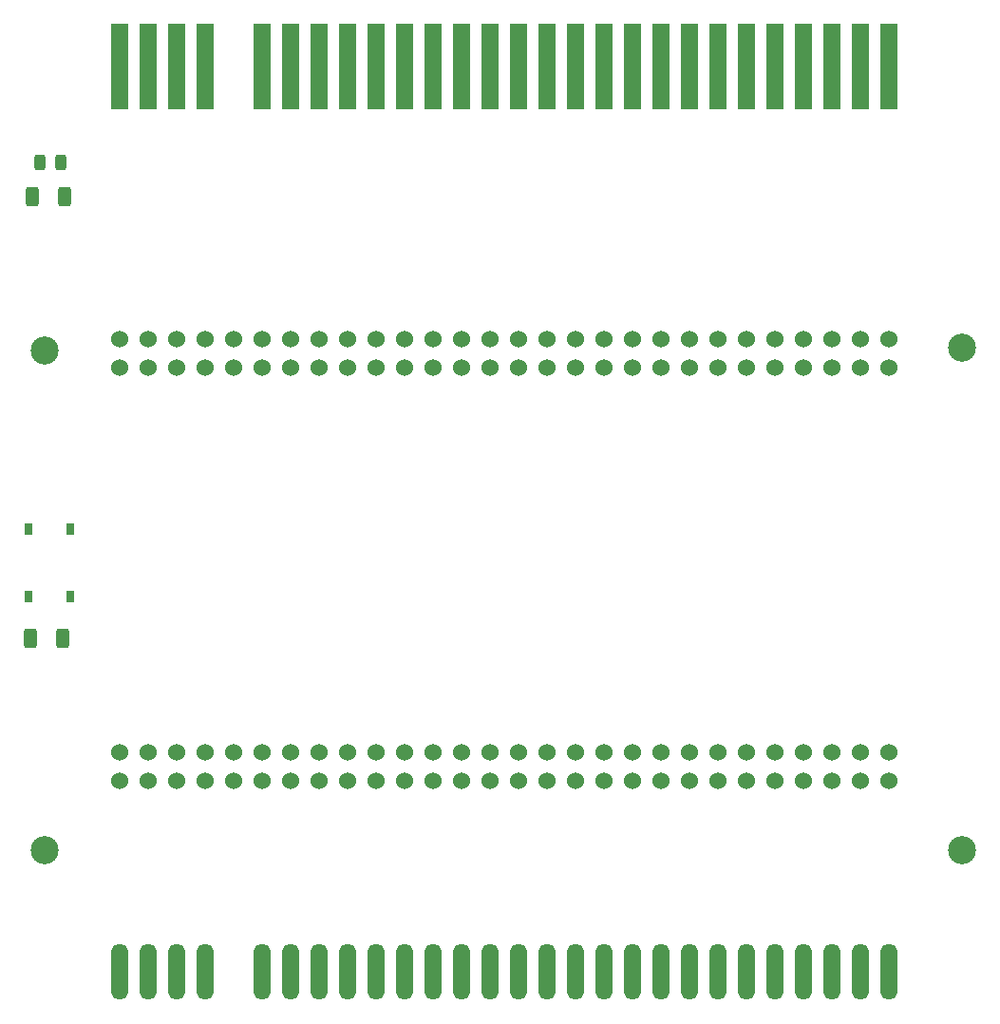
<source format=gbr>
%TF.GenerationSoftware,KiCad,Pcbnew,8.0.0*%
%TF.CreationDate,2024-03-05T08:56:25+01:00*%
%TF.ProjectId,ZX Spectrum_ BUS Expander,5a582053-7065-4637-9472-756d2c204255,rev?*%
%TF.SameCoordinates,Original*%
%TF.FileFunction,Soldermask,Top*%
%TF.FilePolarity,Negative*%
%FSLAX46Y46*%
G04 Gerber Fmt 4.6, Leading zero omitted, Abs format (unit mm)*
G04 Created by KiCad (PCBNEW 8.0.0) date 2024-03-05 08:56:25*
%MOMM*%
%LPD*%
G01*
G04 APERTURE LIST*
G04 Aperture macros list*
%AMRoundRect*
0 Rectangle with rounded corners*
0 $1 Rounding radius*
0 $2 $3 $4 $5 $6 $7 $8 $9 X,Y pos of 4 corners*
0 Add a 4 corners polygon primitive as box body*
4,1,4,$2,$3,$4,$5,$6,$7,$8,$9,$2,$3,0*
0 Add four circle primitives for the rounded corners*
1,1,$1+$1,$2,$3*
1,1,$1+$1,$4,$5*
1,1,$1+$1,$6,$7*
1,1,$1+$1,$8,$9*
0 Add four rect primitives between the rounded corners*
20,1,$1+$1,$2,$3,$4,$5,0*
20,1,$1+$1,$4,$5,$6,$7,0*
20,1,$1+$1,$6,$7,$8,$9,0*
20,1,$1+$1,$8,$9,$2,$3,0*%
G04 Aperture macros list end*
%ADD10C,1.524000*%
%ADD11R,0.700000X1.000000*%
%ADD12C,2.500000*%
%ADD13RoundRect,0.250000X-0.312500X-0.625000X0.312500X-0.625000X0.312500X0.625000X-0.312500X0.625000X0*%
%ADD14RoundRect,0.762000X0.000000X-1.738000X0.000000X-1.738000X0.000000X1.738000X0.000000X1.738000X0*%
%ADD15R,1.524000X7.620000*%
%ADD16RoundRect,0.243750X-0.243750X-0.456250X0.243750X-0.456250X0.243750X0.456250X-0.243750X0.456250X0*%
G04 APERTURE END LIST*
D10*
%TO.C,J1*%
X115646200Y-80010000D03*
X115646200Y-82550000D03*
X105486200Y-82550000D03*
X108026200Y-82550000D03*
X110566200Y-82550000D03*
X113106200Y-82550000D03*
X118186200Y-82550000D03*
X120726200Y-82550000D03*
X123266200Y-82550000D03*
X125806200Y-82550000D03*
X128346200Y-82550000D03*
X130886200Y-82550000D03*
X133426200Y-82550000D03*
X135966200Y-82550000D03*
X138506200Y-82550000D03*
X141046200Y-82550000D03*
X143586200Y-82550000D03*
X146126200Y-82550000D03*
X148666200Y-82550000D03*
X151206200Y-82550000D03*
X153746200Y-82550000D03*
X156286200Y-82550000D03*
X158826200Y-82550000D03*
X161366200Y-82550000D03*
X163906200Y-82550000D03*
X166446200Y-82550000D03*
X168986200Y-82550000D03*
X171526200Y-82550000D03*
X174066200Y-82550000D03*
X105486200Y-80010000D03*
X108026200Y-80010000D03*
X110566200Y-80010000D03*
X113106200Y-80010000D03*
X118186200Y-80010000D03*
X120726200Y-80010000D03*
X123266200Y-80010000D03*
X125806200Y-80010000D03*
X128346200Y-80010000D03*
X130886200Y-80010000D03*
X133426200Y-80010000D03*
X135966200Y-80010000D03*
X138506200Y-80010000D03*
X141046200Y-80010000D03*
X143586200Y-80010000D03*
X146126200Y-80010000D03*
X148666200Y-80010000D03*
X151206200Y-80010000D03*
X153746200Y-80010000D03*
X156286200Y-80010000D03*
X158826200Y-80010000D03*
X161366200Y-80010000D03*
X163906200Y-80010000D03*
X166446200Y-80010000D03*
X168986200Y-80010000D03*
X171526200Y-80010000D03*
X174066200Y-80010000D03*
%TD*%
D11*
%TO.C,S1*%
X97390000Y-102980000D03*
X97390000Y-96980000D03*
X101090000Y-102980000D03*
X101090000Y-96980000D03*
%TD*%
D12*
%TO.C,H1*%
X180619400Y-125549000D03*
%TD*%
D13*
%TO.C,R1*%
X97530000Y-106720000D03*
X100455000Y-106720000D03*
%TD*%
D14*
%TO.C,Z1*%
X105486200Y-136398000D03*
X108026200Y-136398000D03*
X110566200Y-136398000D03*
X113106200Y-136398000D03*
X118186200Y-136398000D03*
X120726200Y-136398000D03*
X123266200Y-136398000D03*
X125806200Y-136398000D03*
X128346200Y-136398000D03*
X130886200Y-136398000D03*
X133426200Y-136398000D03*
X135966200Y-136398000D03*
X138506200Y-136398000D03*
X141046200Y-136398000D03*
X143586200Y-136398000D03*
X146126200Y-136398000D03*
X148666200Y-136398000D03*
X151206200Y-136398000D03*
X153746200Y-136398000D03*
X156286200Y-136398000D03*
X158826200Y-136398000D03*
X161366200Y-136398000D03*
X163906200Y-136398000D03*
X166446200Y-136398000D03*
X168986200Y-136398000D03*
X171526200Y-136398000D03*
X174066200Y-136398000D03*
%TD*%
D12*
%TO.C,H4*%
X98845200Y-81026000D03*
%TD*%
D10*
%TO.C,J2*%
X115646200Y-116840000D03*
X115646200Y-119380000D03*
X105486200Y-119380000D03*
X108026200Y-119380000D03*
X110566200Y-119380000D03*
X113106200Y-119380000D03*
X118186200Y-119380000D03*
X120726200Y-119380000D03*
X123266200Y-119380000D03*
X125806200Y-119380000D03*
X128346200Y-119380000D03*
X130886200Y-119380000D03*
X133426200Y-119380000D03*
X135966200Y-119380000D03*
X138506200Y-119380000D03*
X141046200Y-119380000D03*
X143586200Y-119380000D03*
X146126200Y-119380000D03*
X148666200Y-119380000D03*
X151206200Y-119380000D03*
X153746200Y-119380000D03*
X156286200Y-119380000D03*
X158826200Y-119380000D03*
X161366200Y-119380000D03*
X163906200Y-119380000D03*
X166446200Y-119380000D03*
X168986200Y-119380000D03*
X171526200Y-119380000D03*
X174066200Y-119380000D03*
X105486200Y-116840000D03*
X108026200Y-116840000D03*
X110566200Y-116840000D03*
X113106200Y-116840000D03*
X118186200Y-116840000D03*
X120726200Y-116840000D03*
X123266200Y-116840000D03*
X125806200Y-116840000D03*
X128346200Y-116840000D03*
X130886200Y-116840000D03*
X133426200Y-116840000D03*
X135966200Y-116840000D03*
X138506200Y-116840000D03*
X141046200Y-116840000D03*
X143586200Y-116840000D03*
X146126200Y-116840000D03*
X148666200Y-116840000D03*
X151206200Y-116840000D03*
X153746200Y-116840000D03*
X156286200Y-116840000D03*
X158826200Y-116840000D03*
X161366200Y-116840000D03*
X163906200Y-116840000D03*
X166446200Y-116840000D03*
X168986200Y-116840000D03*
X171526200Y-116840000D03*
X174066200Y-116840000D03*
%TD*%
D12*
%TO.C,H2*%
X98845200Y-125549000D03*
%TD*%
D15*
%TO.C,Z2*%
X105486200Y-55753000D03*
X108026200Y-55753000D03*
X110566200Y-55753000D03*
X113106200Y-55753000D03*
X118186200Y-55753000D03*
X120726200Y-55753000D03*
X123266200Y-55753000D03*
X125806200Y-55753000D03*
X128346200Y-55753000D03*
X130886200Y-55753000D03*
X133426200Y-55753000D03*
X135966200Y-55753000D03*
X138506200Y-55753000D03*
X141046200Y-55753000D03*
X143586200Y-55753000D03*
X146126200Y-55753000D03*
X148666200Y-55753000D03*
X151206200Y-55753000D03*
X153746200Y-55753000D03*
X156286200Y-55753000D03*
X158826200Y-55753000D03*
X161366200Y-55753000D03*
X163906200Y-55753000D03*
X166446200Y-55753000D03*
X168986200Y-55753000D03*
X171526200Y-55753000D03*
X174066200Y-55753000D03*
%TD*%
D16*
%TO.C,D1*%
X98393500Y-64262000D03*
X100268500Y-64262000D03*
%TD*%
D12*
%TO.C,H3*%
X180619400Y-80772000D03*
%TD*%
D13*
%TO.C,R2*%
X97705000Y-67320000D03*
X100630000Y-67320000D03*
%TD*%
M02*

</source>
